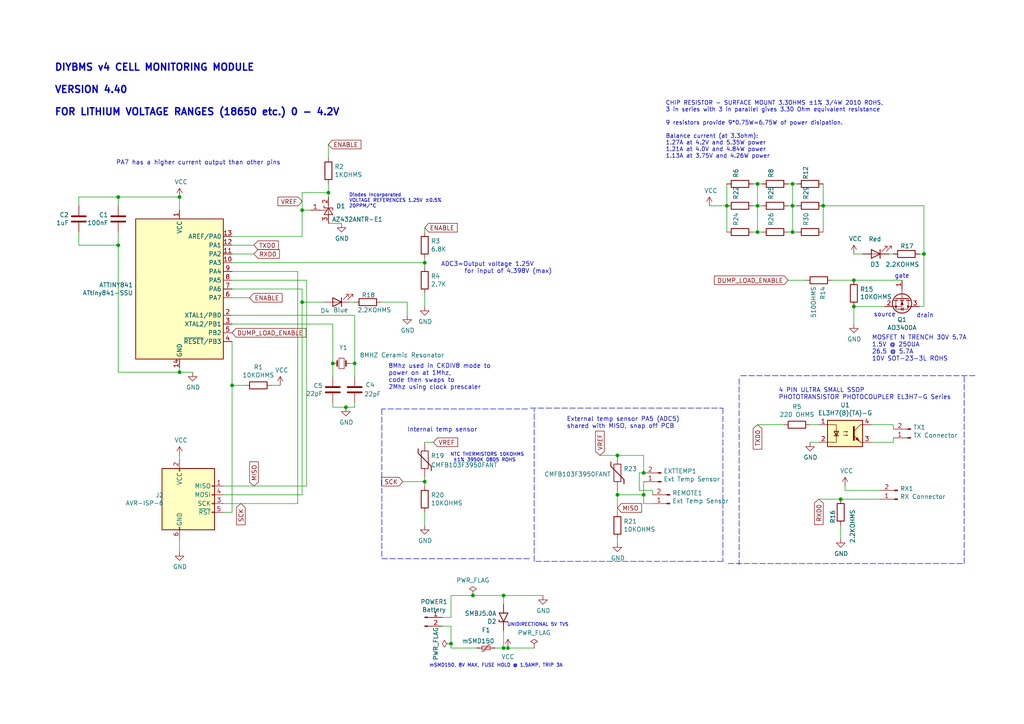
<source format=kicad_sch>
(kicad_sch (version 20211123) (generator eeschema)
  (paper "A4")
  (title_block (title "DIYBMS cell monitoring module") (date "2021-03-03") (rev "4.41") (company "Stuart Pittaway"))
  (lib_symbols
    (symbol "Connector:AVR-ISP-6" (pin_names (offset 1.016))
      (property "Reference" "J" (at -6.35 11.43 0))
      (property "Value" "AVR-ISP-6" (at 0 11.43 0))
      (symbol "AVR-ISP-6_0_1"
        (rectangle (start -2.667 -6.858) (end -2.413 -7.62))
        (rectangle (start -2.667 10.16) (end -2.413 9.398))
        (rectangle (start 7.62 -2.413) (end 6.858 -2.667))
        (rectangle (start 7.62 0.127) (end 6.858 -0.127))
        (rectangle (start 7.62 2.667) (end 6.858 2.413))
        (rectangle (start 7.62 5.207) (end 6.858 4.953))
        (rectangle (start 7.62 10.16) (end -7.62 -7.62) (stroke (width 0.254)) (fill (type background)))
      )
      (symbol "AVR-ISP-6_1_1"
        (pin passive line (at 10.16 5.08 180) (length 2.54) (name "MISO") (number "1"))
        (pin passive line (at -2.54 12.7 270) (length 2.54) (name "VCC") (number "2"))
        (pin passive line (at 10.16 0 180) (length 2.54) (name "SCK") (number "3"))
        (pin passive line (at 10.16 2.54 180) (length 2.54) (name "MOSI") (number "4"))
        (pin passive line (at 10.16 -2.54 180) (length 2.54) (name "~{RST}") (number "5"))
        (pin passive line (at -2.54 -10.16 90) (length 2.54) (name "GND") (number "6"))
      )
    )
    (symbol "Connector:Conn_01x02_Male" (pin_names (offset 1.016) hide)
      (property "Reference" "J" (at 0 2.54 0))
      (property "Value" "Conn_01x02_Male" (at 0 -5.08 0))
      (symbol "Conn_01x02_Male_1_1"
        (polyline (pts (xy 1.27 -2.54) (xy 0.8636 -2.54)) (stroke (width 0.1524)))
        (polyline (pts (xy 1.27 0) (xy 0.8636 0)) (stroke (width 0.1524)))
        (rectangle (start 0.8636 -2.413) (end 0 -2.667) (stroke (width 0.1524)) (fill (type outline)))
        (rectangle (start 0.8636 0.127) (end 0 -0.127) (stroke (width 0.1524)) (fill (type outline)))
        (pin passive line (at 5.08 0 180) (length 3.81) (name "Pin_1") (number "1"))
        (pin passive line (at 5.08 -2.54 180) (length 3.81) (name "Pin_2") (number "2"))
      )
    )
    (symbol "Device:C" (pin_numbers hide) (pin_names (offset 0.254))
      (property "Reference" "C" (at 0.635 2.54 0))
      (property "Value" "C" (at 0.635 -2.54 0))
      (symbol "C_0_1"
        (polyline (pts (xy -2.032 -0.762) (xy 2.032 -0.762)) (stroke (width 0.508)))
        (polyline (pts (xy -2.032 0.762) (xy 2.032 0.762)) (stroke (width 0.508)))
      )
      (symbol "C_1_1"
        (pin passive line (at 0 3.81 270) (length 2.794) (name "~") (number "1"))
        (pin passive line (at 0 -3.81 90) (length 2.794) (name "~") (number "2"))
      )
    )
    (symbol "Device:Crystal_Small" (pin_numbers hide) (pin_names (offset 1.016) hide)
      (property "Reference" "Y" (at 0 2.54 0))
      (property "Value" "Crystal_Small" (at 0 -2.54 0))
      (symbol "Crystal_Small_0_1"
        (rectangle (start -0.762 -1.524) (end 0.762 1.524))
        (polyline (pts (xy -1.27 -0.762) (xy -1.27 0.762)) (stroke (width 0.381)))
        (polyline (pts (xy 1.27 -0.762) (xy 1.27 0.762)) (stroke (width 0.381)))
      )
      (symbol "Crystal_Small_1_1"
        (pin passive line (at -2.54 0 0) (length 1.27) (name "1") (number "1"))
        (pin passive line (at 2.54 0 180) (length 1.27) (name "2") (number "2"))
      )
    )
    (symbol "Device:LED" (pin_numbers hide) (pin_names (offset 1.016) hide)
      (property "Reference" "D" (at 0 2.54 0))
      (property "Value" "LED" (at 0 -2.54 0))
      (symbol "LED_0_1"
        (polyline (pts (xy -1.27 -1.27) (xy -1.27 1.27)) (stroke (width 0.254)))
        (polyline (pts (xy -1.27 0) (xy 1.27 0)))
        (polyline (pts (xy 1.27 -1.27) (xy 1.27 1.27) (xy -1.27 0) (xy 1.27 -1.27)) (stroke (width 0.254)))
        (polyline (pts (xy -3.048 -0.762) (xy -4.572 -2.286) (xy -3.81 -2.286) (xy -4.572 -2.286) (xy -4.572 -1.524)))
        (polyline (pts (xy -1.778 -0.762) (xy -3.302 -2.286) (xy -2.54 -2.286) (xy -3.302 -2.286) (xy -3.302 -1.524)))
      )
      (symbol "LED_1_1"
        (pin passive line (at -3.81 0 0) (length 2.54) (name "K") (number "1"))
        (pin passive line (at 3.81 0 180) (length 2.54) (name "A") (number "2"))
      )
    )
    (symbol "Device:Polyfuse_Small" (pin_numbers hide) (pin_names (offset 0))
      (property "Reference" "F" (at -1.905 0 90))
      (property "Value" "Polyfuse_Small" (at 1.905 0 90))
      (symbol "Polyfuse_Small_0_1"
        (rectangle (start -0.508 1.27) (end 0.508 -1.27))
        (polyline (pts (xy 0 2.54) (xy 0 -2.54)))
        (polyline (pts (xy -1.016 1.27) (xy -1.016 0.762) (xy 1.016 -0.762) (xy 1.016 -1.27)))
      )
      (symbol "Polyfuse_Small_1_1"
        (pin passive line (at 0 2.54 270) (length 0.635) (name "~") (number "1"))
        (pin passive line (at 0 -2.54 90) (length 0.635) (name "~") (number "2"))
      )
    )
    (symbol "Device:Q_NMOS_GSD" (pin_names (offset 0) hide)
      (property "Reference" "Q" (at 5.08 1.27 0))
      (property "Value" "Q_NMOS_GSD" (at 5.08 -1.27 0))
      (symbol "Q_NMOS_GSD_0_1"
        (polyline (pts (xy 0.254 0) (xy -2.54 0)))
        (polyline (pts (xy 0.254 1.905) (xy 0.254 -1.905)) (stroke (width 0.254)))
        (polyline (pts (xy 0.762 -1.27) (xy 0.762 -2.286)) (stroke (width 0.254)))
        (polyline (pts (xy 0.762 0.508) (xy 0.762 -0.508)) (stroke (width 0.254)))
        (polyline (pts (xy 0.762 2.286) (xy 0.762 1.27)) (stroke (width 0.254)))
        (polyline (pts (xy 2.54 2.54) (xy 2.54 1.778)))
        (polyline (pts (xy 2.54 -2.54) (xy 2.54 0) (xy 0.762 0)))
        (polyline (pts (xy 0.762 -1.778) (xy 3.302 -1.778) (xy 3.302 1.778) (xy 0.762 1.778)))
        (polyline (pts (xy 1.016 0) (xy 2.032 0.381) (xy 2.032 -0.381) (xy 1.016 0)) (fill (type outline)))
        (polyline (pts (xy 2.794 0.508) (xy 2.921 0.381) (xy 3.683 0.381) (xy 3.81 0.254)))
        (polyline (pts (xy 3.302 0.381) (xy 2.921 -0.254) (xy 3.683 -0.254) (xy 3.302 0.381)))
        (circle (center 1.651 0) (radius 2.794) (stroke (width 0.254)))
        (circle (center 2.54 -1.778) (radius 0.254) (fill (type outline)))
        (circle (center 2.54 1.778) (radius 0.254) (fill (type outline)))
      )
      (symbol "Q_NMOS_GSD_1_1"
        (pin input line (at -5.08 0 0) (length 2.54) (name "G") (number "1"))
        (pin passive line (at 2.54 -5.08 90) (length 2.54) (name "S") (number "2"))
        (pin passive line (at 2.54 5.08 270) (length 2.54) (name "D") (number "3"))
      )
    )
    (symbol "Device:R" (pin_numbers hide) (pin_names (offset 0))
      (property "Reference" "R" (at 2.032 0 90))
      (property "Value" "R" (at 0 0 90))
      (symbol "R_0_1"
        (rectangle (start -1.016 -2.54) (end 1.016 2.54) (stroke (width 0.254)))
      )
      (symbol "R_1_1"
        (pin passive line (at 0 3.81 270) (length 1.27) (name "~") (number "1"))
        (pin passive line (at 0 -3.81 90) (length 1.27) (name "~") (number "2"))
      )
    )
    (symbol "Device:Thermistor" (pin_numbers hide) (pin_names (offset 0))
      (property "Reference" "TH" (at 2.54 1.27 90))
      (property "Value" "Thermistor" (at -2.54 0 90))
      (symbol "Thermistor_0_1"
        (rectangle (start -1.016 2.54) (end 1.016 -2.54) (stroke (width 0.2032)))
        (polyline (pts (xy -1.905 3.175) (xy -1.905 1.905) (xy 1.905 -1.905) (xy 1.905 -3.175) (xy 1.905 -3.175)) (stroke (width 0.254)))
      )
      (symbol "Thermistor_1_1"
        (pin passive line (at 0 5.08 270) (length 2.54) (name "~") (number "1"))
        (pin passive line (at 0 -5.08 90) (length 2.54) (name "~") (number "2"))
      )
    )
    (symbol "Diode:SM6T6V8A" (pin_numbers hide) (pin_names (offset 1.016) hide)
      (property "Reference" "D" (at 0 2.54 0))
      (property "Value" "SM6T6V8A" (at 0 -2.54 0))
      (symbol "SM6T6V8A_0_1"
        (polyline (pts (xy -0.762 1.27) (xy -1.27 1.27) (xy -1.27 -1.27)) (stroke (width 0.254)))
        (polyline (pts (xy 1.27 1.27) (xy 1.27 -1.27) (xy -1.27 0) (xy 1.27 1.27)) (stroke (width 0.254)))
      )
      (symbol "SM6T6V8A_1_1"
        (pin passive line (at -3.81 0 0) (length 2.54) (name "A1") (number "1"))
        (pin passive line (at 3.81 0 180) (length 2.54) (name "A2") (number "2"))
      )
    )
    (symbol "Isolator:PC817" (pin_names (offset 1.016))
      (property "Reference" "U" (at -5.08 5.08 0))
      (property "Value" "PC817" (at 0 5.08 0))
      (symbol "PC817_0_1"
        (rectangle (start -5.08 3.81) (end 5.08 -3.81) (stroke (width 0.254)) (fill (type background)))
        (polyline (pts (xy -3.175 -0.635) (xy -1.905 -0.635)) (stroke (width 0.254)))
        (polyline (pts (xy 2.54 0.635) (xy 4.445 2.54)))
        (polyline (pts (xy 4.445 -2.54) (xy 2.54 -0.635)) (fill (type outline)))
        (polyline (pts (xy 4.445 -2.54) (xy 5.08 -2.54)))
        (polyline (pts (xy 4.445 2.54) (xy 5.08 2.54)))
        (polyline (pts (xy -5.08 2.54) (xy -2.54 2.54) (xy -2.54 -0.635)))
        (polyline (pts (xy -2.54 -0.635) (xy -2.54 -2.54) (xy -5.08 -2.54)))
        (polyline (pts (xy 2.54 1.905) (xy 2.54 -1.905) (xy 2.54 -1.905)) (stroke (width 0.508)))
        (polyline (pts (xy -2.54 -0.635) (xy -3.175 0.635) (xy -1.905 0.635) (xy -2.54 -0.635)) (stroke (width 0.254)))
        (polyline (pts (xy -0.508 -0.508) (xy 0.762 -0.508) (xy 0.381 -0.635) (xy 0.381 -0.381) (xy 0.762 -0.508)))
        (polyline (pts (xy -0.508 0.508) (xy 0.762 0.508) (xy 0.381 0.381) (xy 0.381 0.635) (xy 0.762 0.508)))
        (polyline (pts (xy 3.048 -1.651) (xy 3.556 -1.143) (xy 4.064 -2.159) (xy 3.048 -1.651) (xy 3.048 -1.651)) (fill (type outline)))
      )
      (symbol "PC817_1_1"
        (pin passive line (at -7.62 2.54 0) (length 2.54) (name "~") (number "1"))
        (pin passive line (at -7.62 -2.54 0) (length 2.54) (name "~") (number "2"))
        (pin passive line (at 7.62 -2.54 180) (length 2.54) (name "~") (number "3"))
        (pin passive line (at 7.62 2.54 180) (length 2.54) (name "~") (number "4"))
      )
    )
    (symbol "Reference_Voltage:LM385Z-ADJ" (pin_names (offset 0.0254) hide)
      (property "Reference" "U" (at 1.905 3.81 0))
      (property "Value" "LM385Z-ADJ" (at 0 -3.175 0))
      (symbol "LM385Z-ADJ_0_1"
        (polyline (pts (xy 0 2.54) (xy 0 0.381)))
        (polyline (pts (xy -1.27 0) (xy 0 0) (xy 1.27 0)))
        (polyline (pts (xy -1.27 -1.27) (xy 0.635 0) (xy -1.27 1.27) (xy -1.27 -1.27)) (stroke (width 0.2032)))
        (polyline (pts (xy 0 -1.27) (xy 0.635 -1.27) (xy 0.635 1.27) (xy 1.27 1.27)) (stroke (width 0.2032)))
      )
      (symbol "LM385Z-ADJ_1_1"
        (pin input line (at 0 5.08 270) (length 2.54) (name "FB") (number "1"))
        (pin passive line (at 3.81 0 180) (length 2.54) (name "K") (number "2"))
        (pin passive line (at -3.81 0 0) (length 2.54) (name "A") (number "3"))
      )
    )
    (symbol "diybms:ATtiny841-SSU-MCU_Microchip_ATtiny"
      (property "Reference" "U" (at -12.7 21.59 0))
      (property "Value" "ATtiny841-SSU-MCU_Microchip_ATtiny" (at 2.54 -21.59 0))
      (symbol "ATtiny841-SSU-MCU_Microchip_ATtiny_0_1"
        (rectangle (start -12.7 -20.32) (end 12.7 20.32) (stroke (width 0.254)) (fill (type background)))
      )
      (symbol "ATtiny841-SSU-MCU_Microchip_ATtiny_1_1"
        (pin power_in line (at 0 22.86 270) (length 2.54) (name "VCC") (number "1"))
        (pin bidirectional line (at 15.24 7.62 180) (length 2.54) (name "PA3") (number "10"))
        (pin bidirectional line (at 15.24 10.16 180) (length 2.54) (name "PA2") (number "11"))
        (pin bidirectional line (at 15.24 12.7 180) (length 2.54) (name "PA1") (number "12"))
        (pin bidirectional line (at 15.24 15.24 180) (length 2.54) (name "AREF/PA0") (number "13"))
        (pin power_in line (at 0 -22.86 90) (length 2.54) (name "GND") (number "14"))
        (pin bidirectional line (at 15.24 -7.62 180) (length 2.54) (name "XTAL1/PB0") (number "2"))
        (pin bidirectional line (at 15.24 -10.16 180) (length 2.54) (name "XTAL2/PB1") (number "3"))
        (pin bidirectional line (at 15.24 -15.24 180) (length 2.54) (name "~{RESET}/PB3") (number "4"))
        (pin bidirectional line (at 15.24 -12.7 180) (length 2.54) (name "PB2") (number "5"))
        (pin bidirectional line (at 15.24 -2.54 180) (length 2.54) (name "PA7") (number "6"))
        (pin bidirectional line (at 15.24 0 180) (length 2.54) (name "PA6") (number "7"))
        (pin bidirectional line (at 15.24 2.54 180) (length 2.54) (name "PA5") (number "8"))
        (pin bidirectional line (at 15.24 5.08 180) (length 2.54) (name "PA4") (number "9"))
      )
    )
    (symbol "power:GND" (power) (pin_names (offset 0))
      (property "Value" "GND" (at 0 -3.81 0))
      (symbol "GND_0_1"
        (polyline (pts (xy 0 0) (xy 0 -1.27) (xy 1.27 -1.27) (xy 0 -2.54) (xy -1.27 -1.27) (xy 0 -1.27)))
      )
      (symbol "GND_1_1"
        (pin power_in line (at 0 0 270) (length 0) hide (name "GND") (number "1"))
      )
    )
    (symbol "power:PWR_FLAG" (power) (pin_numbers hide) (pin_names (offset 0) hide)
      (property "Value" "PWR_FLAG" (at 0 3.81 0))
      (symbol "PWR_FLAG_0_0"
        (pin power_out line (at 0 0 90) (length 0) (name "pwr") (number "1"))
      )
      (symbol "PWR_FLAG_0_1"
        (polyline (pts (xy 0 0) (xy 0 1.27) (xy -1.016 1.905) (xy 0 2.54) (xy 1.016 1.905) (xy 0 1.27)))
      )
    )
    (symbol "power:VCC" (power) (pin_names (offset 0))
      (property "Value" "VCC" (at 0 3.81 0))
      (symbol "VCC_0_1"
        (polyline (pts (xy -0.762 1.27) (xy 0 2.54)))
        (polyline (pts (xy 0 0) (xy 0 2.54)))
        (polyline (pts (xy 0 2.54) (xy 0.762 1.27)))
      )
      (symbol "VCC_1_1"
        (pin power_in line (at 0 0 90) (length 0) hide (name "VCC") (number "1"))
      )
    )
  )
  (junction (at 219.71 59.69))
  (junction (at 229.87 67.31))
  (junction (at 34.29 71.12))
  (junction (at 137.16 172.72))
  (junction (at 219.71 53.34))
  (junction (at 100.33 118.11))
  (junction (at 146.05 172.72))
  (junction (at 229.87 59.69))
  (junction (at 87.63 60.96))
  (junction (at 123.19 139.7))
  (junction (at 147.32 187.96))
  (junction (at 130.81 186.69))
  (junction (at 179.07 143.51))
  (junction (at 52.07 107.95))
  (junction (at 210.82 59.69))
  (junction (at 96.52 105.41))
  (junction (at 238.76 59.69))
  (junction (at 243.84 144.78))
  (junction (at 219.71 67.31))
  (junction (at 87.63 87.63))
  (junction (at 247.65 88.9))
  (junction (at 95.25 55.88))
  (junction (at 247.65 81.28))
  (junction (at 179.07 132.08))
  (junction (at 34.29 57.15))
  (junction (at 186.69 137.16))
  (junction (at 67.31 111.76))
  (junction (at 186.69 143.51))
  (junction (at 229.87 53.34))
  (junction (at 102.87 105.41))
  (junction (at 123.19 76.2))
  (junction (at 146.05 187.96))
  (junction (at 52.07 57.15))
  (junction (at 267.97 73.66))
  (wire (pts (xy 64.77 146.05) (xy 86.36 146.05)))
  (wire (pts (xy 102.87 116.84) (xy 102.87 118.11)))
  (wire (pts (xy 186.69 132.08) (xy 179.07 132.08)))
  (wire (pts (xy 219.71 67.31) (xy 220.98 67.31)))
  (wire (pts (xy 259.08 124.46) (xy 259.08 123.19)))
  (wire (pts (xy 123.19 138.43) (xy 123.19 139.7)))
  (wire (pts (xy 118.11 87.63) (xy 118.11 91.44)))
  (wire (pts (xy 267.97 88.9) (xy 267.97 73.66)))
  (wire (pts (xy 234.95 128.27) (xy 237.49 128.27)))
  (wire (pts (xy 146.05 187.96) (xy 147.32 187.96)))
  (wire (pts (xy 64.77 143.51) (xy 87.63 143.51)))
  (wire (pts (xy 95.25 53.34) (xy 95.25 55.88)))
  (wire (pts (xy 245.11 140.97) (xy 245.11 142.24)))
  (wire (pts (xy 219.71 53.34) (xy 220.98 53.34)))
  (wire (pts (xy 146.05 172.72) (xy 157.48 172.72)))
  (wire (pts (xy 218.44 53.34) (xy 219.71 53.34)))
  (wire (pts (xy 146.05 182.88) (xy 146.05 187.96)))
  (wire (pts (xy 78.74 111.76) (xy 81.28 111.76)))
  (wire (pts (xy 243.84 144.78) (xy 255.27 144.78)))
  (wire (pts (xy 95.25 41.91) (xy 95.25 45.72)))
  (wire (pts (xy 130.81 172.72) (xy 137.16 172.72)))
  (wire (pts (xy 34.29 67.31) (xy 34.29 71.12)))
  (wire (pts (xy 102.87 118.11) (xy 100.33 118.11)))
  (wire (pts (xy 67.31 71.12) (xy 73.66 71.12)))
  (wire (pts (xy 52.07 106.68) (xy 52.07 107.95)))
  (wire (pts (xy 96.52 116.84) (xy 96.52 118.11)))
  (wire (pts (xy 22.86 57.15) (xy 34.29 57.15)))
  (polyline (pts (xy 279.654 163.449) (xy 279.654 108.712)))
  (polyline (pts (xy 209.677 118.364) (xy 209.677 162.814)))
  (wire (pts (xy 143.51 187.96) (xy 146.05 187.96)))
  (wire (pts (xy 102.87 91.44) (xy 102.87 105.41)))
  (polyline (pts (xy 110.744 162.052) (xy 153.797 162.052)))
  (wire (pts (xy 52.07 156.21) (xy 52.07 160.02)))
  (wire (pts (xy 116.84 139.7) (xy 123.19 139.7)))
  (wire (pts (xy 147.32 187.96) (xy 154.94 187.96)))
  (wire (pts (xy 67.31 111.76) (xy 67.31 148.59)))
  (wire (pts (xy 229.87 59.69) (xy 229.87 67.31)))
  (wire (pts (xy 210.82 53.34) (xy 210.82 59.69)))
  (wire (pts (xy 34.29 71.12) (xy 34.29 107.95)))
  (wire (pts (xy 88.9 81.28) (xy 88.9 140.97)))
  (wire (pts (xy 245.11 142.24) (xy 255.27 142.24)))
  (wire (pts (xy 218.44 59.69) (xy 219.71 59.69)))
  (wire (pts (xy 237.49 144.78) (xy 243.84 144.78)))
  (wire (pts (xy 88.9 140.97) (xy 64.77 140.97)))
  (wire (pts (xy 189.23 143.51) (xy 189.23 142.24)))
  (wire (pts (xy 96.52 93.98) (xy 96.52 105.41)))
  (wire (pts (xy 67.31 76.2) (xy 123.19 76.2)))
  (wire (pts (xy 86.36 78.74) (xy 86.36 146.05)))
  (wire (pts (xy 186.69 146.05) (xy 186.69 143.51)))
  (wire (pts (xy 67.31 99.06) (xy 67.31 111.76)))
  (wire (pts (xy 87.63 68.58) (xy 87.63 60.96)))
  (polyline (pts (xy 209.677 162.814) (xy 154.94 162.814)))
  (wire (pts (xy 229.87 53.34) (xy 231.14 53.34)))
  (polyline (pts (xy 214.376 109.855) (xy 214.376 163.703)))
  (polyline (pts (xy 211.201 163.449) (xy 279.654 163.449)))
  (wire (pts (xy 137.16 172.72) (xy 146.05 172.72)))
  (polyline (pts (xy 154.94 162.814) (xy 154.94 118.618)))
  (wire (pts (xy 87.63 87.63) (xy 93.98 87.63)))
  (wire (pts (xy 101.6 87.63) (xy 102.87 87.63)))
  (wire (pts (xy 87.63 60.96) (xy 90.17 60.96)))
  (wire (pts (xy 185.42 142.24) (xy 185.42 137.16)))
  (wire (pts (xy 123.19 76.2) (xy 123.19 77.47)))
  (wire (pts (xy 247.65 73.66) (xy 250.19 73.66)))
  (wire (pts (xy 123.19 74.93) (xy 123.19 76.2)))
  (wire (pts (xy 22.86 71.12) (xy 34.29 71.12)))
  (wire (pts (xy 123.19 85.09) (xy 123.19 88.9)))
  (wire (pts (xy 179.07 156.21) (xy 179.07 157.48)))
  (wire (pts (xy 219.71 59.69) (xy 220.98 59.69)))
  (wire (pts (xy 185.42 137.16) (xy 186.69 137.16)))
  (wire (pts (xy 234.95 123.19) (xy 237.49 123.19)))
  (wire (pts (xy 52.07 57.15) (xy 52.07 60.96)))
  (wire (pts (xy 247.65 88.9) (xy 256.54 88.9)))
  (wire (pts (xy 259.08 127) (xy 259.08 128.27)))
  (wire (pts (xy 229.87 53.34) (xy 229.87 59.69)))
  (wire (pts (xy 173.99 132.08) (xy 179.07 132.08)))
  (wire (pts (xy 186.69 143.51) (xy 179.07 143.51)))
  (wire (pts (xy 96.52 105.41) (xy 96.52 109.22)))
  (wire (pts (xy 179.07 143.51) (xy 179.07 148.59)))
  (wire (pts (xy 210.82 59.69) (xy 210.82 67.31)))
  (wire (pts (xy 52.07 132.08) (xy 52.07 133.35)))
  (wire (pts (xy 123.19 139.7) (xy 123.19 140.97)))
  (wire (pts (xy 123.19 128.27) (xy 125.73 128.27)))
  (wire (pts (xy 228.6 53.34) (xy 229.87 53.34)))
  (polyline (pts (xy 282.829 108.966) (xy 214.376 108.966)))
  (wire (pts (xy 259.08 128.27) (xy 252.73 128.27)))
  (wire (pts (xy 130.81 181.61) (xy 130.81 186.69)))
  (wire (pts (xy 67.31 111.76) (xy 71.12 111.76)))
  (wire (pts (xy 130.81 179.07) (xy 130.81 172.72)))
  (wire (pts (xy 87.63 55.88) (xy 87.63 60.96)))
  (wire (pts (xy 67.31 86.36) (xy 72.39 86.36)))
  (wire (pts (xy 259.08 123.19) (xy 252.73 123.19)))
  (wire (pts (xy 123.19 66.04) (xy 123.19 67.31)))
  (wire (pts (xy 228.6 59.69) (xy 229.87 59.69)))
  (wire (pts (xy 219.71 59.69) (xy 219.71 67.31)))
  (wire (pts (xy 219.71 53.34) (xy 219.71 59.69)))
  (wire (pts (xy 67.31 68.58) (xy 87.63 68.58)))
  (wire (pts (xy 34.29 57.15) (xy 34.29 59.69)))
  (wire (pts (xy 267.97 59.69) (xy 238.76 59.69)))
  (wire (pts (xy 189.23 142.24) (xy 185.42 142.24)))
  (wire (pts (xy 243.84 152.4) (xy 243.84 156.21)))
  (wire (pts (xy 67.31 78.74) (xy 86.36 78.74)))
  (polyline (pts (xy 110.744 118.618) (xy 110.744 162.052)))
  (wire (pts (xy 238.76 53.34) (xy 238.76 59.69)))
  (wire (pts (xy 22.86 67.31) (xy 22.86 71.12)))
  (wire (pts (xy 95.25 64.77) (xy 99.06 64.77)))
  (wire (pts (xy 179.07 142.24) (xy 179.07 143.51)))
  (wire (pts (xy 130.81 187.96) (xy 138.43 187.96)))
  (wire (pts (xy 67.31 91.44) (xy 102.87 91.44)))
  (wire (pts (xy 34.29 107.95) (xy 52.07 107.95)))
  (wire (pts (xy 102.87 105.41) (xy 102.87 109.22)))
  (wire (pts (xy 266.7 88.9) (xy 267.97 88.9)))
  (wire (pts (xy 95.25 55.88) (xy 95.25 57.15)))
  (wire (pts (xy 228.6 67.31) (xy 229.87 67.31)))
  (wire (pts (xy 87.63 55.88) (xy 95.25 55.88)))
  (wire (pts (xy 228.6 81.28) (xy 233.68 81.28)))
  (wire (pts (xy 87.63 83.82) (xy 87.63 87.63)))
  (wire (pts (xy 266.7 73.66) (xy 267.97 73.66)))
  (polyline (pts (xy 153.797 118.364) (xy 209.677 118.364)))
  (wire (pts (xy 267.97 73.66) (xy 267.97 59.69)))
  (wire (pts (xy 128.27 181.61) (xy 130.81 181.61)))
  (wire (pts (xy 247.65 81.28) (xy 261.62 81.28)))
  (wire (pts (xy 186.69 139.7) (xy 186.69 143.51)))
  (wire (pts (xy 67.31 81.28) (xy 88.9 81.28)))
  (wire (pts (xy 146.05 172.72) (xy 146.05 175.26)))
  (wire (pts (xy 257.81 73.66) (xy 259.08 73.66)))
  (wire (pts (xy 219.71 123.19) (xy 227.33 123.19)))
  (wire (pts (xy 123.19 148.59) (xy 123.19 152.4)))
  (polyline (pts (xy 153.035 118.618) (xy 110.744 118.618)))
  (wire (pts (xy 130.81 186.69) (xy 130.81 187.96)))
  (wire (pts (xy 229.87 67.31) (xy 231.14 67.31)))
  (wire (pts (xy 22.86 59.69) (xy 22.86 57.15)))
  (wire (pts (xy 128.27 179.07) (xy 130.81 179.07)))
  (wire (pts (xy 218.44 67.31) (xy 219.71 67.31)))
  (wire (pts (xy 205.74 59.69) (xy 210.82 59.69)))
  (wire (pts (xy 96.52 118.11) (xy 100.33 118.11)))
  (wire (pts (xy 229.87 59.69) (xy 231.14 59.69)))
  (wire (pts (xy 52.07 107.95) (xy 55.88 107.95)))
  (wire (pts (xy 110.49 87.63) (xy 118.11 87.63)))
  (wire (pts (xy 67.31 73.66) (xy 73.66 73.66)))
  (wire (pts (xy 186.69 137.16) (xy 186.69 132.08)))
  (wire (pts (xy 241.3 81.28) (xy 247.65 81.28)))
  (wire (pts (xy 67.31 83.82) (xy 87.63 83.82)))
  (wire (pts (xy 87.63 143.51) (xy 87.63 87.63)))
  (wire (pts (xy 189.23 146.05) (xy 186.69 146.05)))
  (wire (pts (xy 67.31 148.59) (xy 64.77 148.59)))
  (wire (pts (xy 67.31 93.98) (xy 96.52 93.98)))
  (wire (pts (xy 34.29 57.15) (xy 52.07 57.15)))
  (wire (pts (xy 238.76 59.69) (xy 238.76 67.31)))
  (wire (pts (xy 101.6 105.41) (xy 102.87 105.41)))
  (wire (pts (xy 247.65 88.9) (xy 247.65 93.98)))
  (text "External temp sensor PA5 (ADC5) \nshared with MISO, snap off PCB" (at 164.338 124.46 0) (effects (font (size 1.27 1.27)) (justify left bottom)))
  (text "mSMD150, 8V MAX, FUSE HOLD @ 1.5AMP, TRIP 3A" (at 124.46 193.675 0) (effects (font (size 0.9906 0.9906)) (justify left bottom)))
  (text "CHIP RESISTOR - SURFACE MOUNT 3.3OHMS ±1% 3/4W 2010 ROHS, \n3 in series with 3 in parallel gives 3.30 Ohm equivalent resistance\n\n9 resistors provide 9*0.75W=6.75W of power disipation.\n\nBalance current (at 3.3ohm):\n1.27A at 4.2V and 5.35W power\n1.21A at 4.0V and 4.84W power\n1.13A at 3.75V and 4.26W power\n\n\n" (at 193.04 49.911 0) (effects (font (size 1.1938 1.1938)) (justify left bottom)))
  (text "ADC3=Output voltage 1.25V \n       for input of 4.398V (max)" (at 127.889 79.502 0) (effects (font (size 1.27 1.27)) (justify left bottom)))
  (text "source" (at 253.365 92.075 0) (effects (font (size 1.27 1.27)) (justify left bottom)))
  (text "Diodes Incorporated\nVOLTAGE REFERENCES 1.25V ±0.5% \n20PPM/°C" (at 101.219 60.452 0) (effects (font (size 0.9906 0.9906)) (justify left bottom)))
  (text "gate" (at 259.461 80.899 0) (effects (font (size 1.27 1.27)) (justify left bottom)))
  (text "drain" (at 265.811 92.329 0) (effects (font (size 1.27 1.27)) (justify left bottom)))
  (text "DIYBMS v4 CELL MONITORING MODULE\n\nVERSION 4.40\n\nFOR LITHIUM VOLTAGE RANGES (18650 etc.) 0 - 4.2V" (at 15.748 33.782 0) (effects (font (size 2.0066 2.0066) (thickness 0.4013) bold) (justify left bottom)))
  (text "NTC THERMISTORS 10KOHMS\n ±1% 3950K 0805 ROHS" (at 130.556 134.112 0) (effects (font (size 0.9906 0.9906)) (justify left bottom)))
  (text "UNIDIRECTIONAL 5V TVS " (at 147.066 181.864 0) (effects (font (size 0.9906 0.9906)) (justify left bottom)))
  (text "8Mhz used in CKDIV8 mode to \npower on at 1Mhz,\ncode then swaps to \n2Mhz using clock prescaler" (at 112.649 113.157 0) (effects (font (size 1.27 1.27)) (justify left bottom)))
  (text "MOSFET N TRENCH 30V 5.7A \n1.5V @ 250UA \n26.5 @ 5.7A\n10V SOT-23-3L ROHS" (at 252.857 104.902 0) (effects (font (size 1.27 1.27)) (justify left bottom)))
  (text "4 PIN ULTRA SMALL SSOP\nPHOTOTRANSISTOR PHOTOCOUPLER EL3H7-G Series\n" (at 225.806 116.078 0) (effects (font (size 1.27 1.27)) (justify left bottom)))
  (text "Internal temp sensor" (at 118.11 125.476 0) (effects (font (size 1.27 1.27)) (justify left bottom)))
  (text "PA7 has a higher current output than other pins" (at 33.655 48.006 0) (effects (font (size 1.27 1.27)) (justify left bottom)))
  (global_label "DUMP_LOAD_ENABLE" (shape input) (at 67.31 96.52 0) (property "Intersheet References" "${INTERSHEET_REFS}" (effects hide)))
  (global_label "ENABLE" (shape input) (at 123.19 66.04 0) (property "Intersheet References" "${INTERSHEET_REFS}" (effects hide)))
  (global_label "TXD0" (shape input) (at 73.66 71.12 0) (property "Intersheet References" "${INTERSHEET_REFS}" (effects hide)))
  (global_label "MISO" (shape input) (at 179.07 147.32 0) (property "Intersheet References" "${INTERSHEET_REFS}" (effects hide)))
  (global_label "DUMP_LOAD_ENABLE" (shape input) (at 228.6 81.28 180) (property "Intersheet References" "${INTERSHEET_REFS}" (effects hide)))
  (global_label "SCK" (shape input) (at 116.84 139.7 180) (property "Intersheet References" "${INTERSHEET_REFS}" (effects hide)))
  (global_label "RXD0" (shape input) (at 73.66 73.66 0) (property "Intersheet References" "${INTERSHEET_REFS}" (effects hide)))
  (global_label "MISO" (shape input) (at 73.66 140.97 90) (property "Intersheet References" "${INTERSHEET_REFS}" (effects hide)))
  (global_label "VREF" (shape input) (at 125.73 128.27 0) (property "Intersheet References" "${INTERSHEET_REFS}" (effects hide)))
  (global_label "RXD0" (shape input) (at 237.49 144.78 270) (property "Intersheet References" "${INTERSHEET_REFS}" (effects hide)))
  (global_label "VREF" (shape input) (at 173.99 132.08 90) (property "Intersheet References" "${INTERSHEET_REFS}" (effects hide)))
  (global_label "TXD0" (shape input) (at 219.71 123.19 270) (property "Intersheet References" "${INTERSHEET_REFS}" (effects hide)))
  (global_label "ENABLE" (shape input) (at 95.25 41.91 0) (property "Intersheet References" "${INTERSHEET_REFS}" (effects hide)))
  (global_label "SCK" (shape input) (at 69.85 146.05 270) (property "Intersheet References" "${INTERSHEET_REFS}" (effects hide)))
  (global_label "ENABLE" (shape input) (at 72.39 86.36 0) (property "Intersheet References" "${INTERSHEET_REFS}" (effects hide)))
  (global_label "VREF" (shape input) (at 87.63 58.42 180) (property "Intersheet References" "${INTERSHEET_REFS}" (effects hide)))
  (symbol (lib_id "diybms:ATtiny841-SSU-MCU_Microchip_ATtiny") (at 52.07 83.82 0) (unit 1)
    (property "Reference" "ATTINY841" (at 38.608 82.6516 0) (effects (justify right)))
    (property "Value" "ATtiny841-SSU" (at 38.608 84.963 0) (effects (justify right)))
    (property "Footprint" "Package_SO:SOIC-14_3.9x8.7mm_P1.27mm" (effects hide))
    (property "Datasheet" "http://ww1.microchip.com/downloads/en/DeviceDoc/Atmel-8495-8-bit-AVR-Microcontrollers-ATtiny441-ATtiny841_Datasheet.pdf" (effects hide))
    (property "LCSCStockCode" "C219103" (effects hide))
  )
  (symbol (lib_id "Isolator:PC817") (at 245.11 125.73 0) (unit 1)
    (property "Reference" "U1" (at 245.11 117.475 0))
    (property "Value" "EL3H7(B)(TA)-G" (at 245.11 119.7864 0))
    (property "Footprint" "Package_SO:SOP-4_4.4x2.6mm_P1.27mm" (effects hide))
    (property "Datasheet" "https://datasheet.lcsc.com/szlcsc/Everlight-Elec-EL3H7-B-TA-G_C32565.pdf" (effects hide))
    (property "LCSCStockCode" "C32565" (effects hide))
    (property "PartNumber" "EL3H7(B)(TA)-G" (effects hide))
    (property "JLCPCBRotation" "90" (effects hide))
  )
  (symbol (lib_id "Connector:Conn_01x02_Male") (at 264.16 127 180) (unit 1)
    (property "Reference" "TX1" (at 264.8458 123.952 0) (effects (justify right)))
    (property "Value" "TX Connector" (at 264.8458 126.2634 0) (effects (justify right)))
    (property "Footprint" "Connector_JST:JST_PH_S2B-PH-K_1x02_P2.00mm_Horizontal" (effects hide))
    (property "Datasheet" "https://datasheet.lcsc.com/szlcsc/JST-Sales-America-S2B-PH-K-S-LF-SN_C173752.pdf" (effects hide))
    (property "LCSCStockCode" "C265016" (effects hide))
    (property "PartNumber" "S2B-PH-K(LF)(SN)" (effects hide))
  )
  (symbol (lib_id "Device:R") (at 231.14 123.19 270) (unit 1)
    (property "Reference" "R5" (at 231.14 117.9322 90))
    (property "Value" "220 OHMS" (at 231.14 120.2436 90))
    (property "Footprint" "Resistor_SMD:R_0805_2012Metric" (effects hide))
    (property "LCSCStockCode" "C17557" (effects hide))
    (property "PartNumber" "0805W8F2200T5E" (effects hide))
  )
  (symbol (lib_id "power:GND") (at 234.95 128.27 0) (unit 1)
    (property "Reference" "#PWR0109" (effects hide))
    (property "Value" "GND" (at 235.077 132.6642 0))
  )
  (symbol (lib_id "Device:R") (at 214.63 53.34 90) (unit 1)
    (property "Reference" "R6" (at 213.4616 51.562 0) (effects (justify left)))
    (property "Value" "3.3OHM 3/4W" (effects hide))
    (property "Footprint" "Resistor_SMD:R_2010_5025Metric" (effects hide))
    (property "LCSCStockCode" "C270971" (effects hide))
    (property "PartNumber" "201007F330KT4E" (effects hide))
  )
  (symbol (lib_id "Device:R") (at 224.79 53.34 90) (unit 1)
    (property "Reference" "R8" (at 223.6216 51.562 0) (effects (justify left)))
    (property "Value" "3.3OHM 3/4W" (effects hide))
    (property "Footprint" "Resistor_SMD:R_2010_5025Metric" (effects hide))
    (property "LCSCStockCode" "C270971" (effects hide))
    (property "PartNumber" "201007F330KT4E" (effects hide))
  )
  (symbol (lib_id "Device:R") (at 234.95 53.34 90) (unit 1)
    (property "Reference" "R12" (at 233.68 52.07 0) (effects (justify left)))
    (property "Value" "3.3OHM 3/4W" (effects hide))
    (property "Footprint" "Resistor_SMD:R_2010_5025Metric" (effects hide))
    (property "LCSCStockCode" "C270971" (effects hide))
    (property "PartNumber" "201007F330KT4E" (effects hide))
  )
  (symbol (lib_id "Device:Q_NMOS_GSD") (at 261.62 86.36 270) (unit 1)
    (property "Reference" "Q1" (at 261.62 92.71 90))
    (property "Value" "AO3400A" (at 261.62 95.0214 90))
    (property "Footprint" "TO_SOT_Packages_SMD:SOT-23" (effects hide))
    (property "Datasheet" "https://datasheet.lcsc.com/szlcsc/Alpha-Omega-Semicon-AOS-AO3400A_C20917.pdf" (effects hide))
    (property "LCSCStockCode" "C20917" (effects hide))
    (property "PartNumber" "AO3400A" (effects hide))
  )
  (symbol (lib_id "Device:R") (at 247.65 85.09 0) (unit 1)
    (property "Reference" "R15" (at 249.428 83.9216 0) (effects (justify left)))
    (property "Value" "10KOHMS" (at 249.428 86.106 0) (effects (justify left)))
    (property "Footprint" "Resistor_SMD:R_0805_2012Metric" (effects hide))
    (property "LCSCStockCode" "C17414" (effects hide))
    (property "PartNumber" "0805W8F1002T5E" (effects hide))
  )
  (symbol (lib_id "power:GND") (at 247.65 93.98 0) (unit 1)
    (property "Reference" "#PWR0110" (effects hide))
    (property "Value" "GND" (at 247.777 98.3742 0))
  )
  (symbol (lib_id "Device:Thermistor") (at 123.19 133.35 0) (unit 1)
    (property "Reference" "R19" (at 124.968 132.1816 0) (effects (justify left)))
    (property "Value" "CMFB103F3950FANT" (at 124.968 134.874 0) (effects (justify left)))
    (property "Footprint" "Resistor_SMD:R_0805_2012Metric" (effects hide))
    (property "Datasheet" "https://datasheet.lcsc.com/szlcsc/Guangdong-Fenghua-Advanced-Tech-CMFB103F3950FANT_C51597.pdf" (effects hide))
    (property "LCSCStockCode" "C51597" (effects hide))
    (property "PartNumber" "CMFB103F3950FANT" (effects hide))
  )
  (symbol (lib_id "Device:R") (at 123.19 144.78 0) (unit 1)
    (property "Reference" "R20" (at 124.968 143.6116 0) (effects (justify left)))
    (property "Value" "10KOHMS" (at 124.968 145.923 0) (effects (justify left)))
    (property "Footprint" "Resistor_SMD:R_0805_2012Metric" (effects hide))
    (property "LCSCStockCode" "C17414" (effects hide))
    (property "PartNumber" "0805W8F1002T5E" (effects hide))
  )
  (symbol (lib_id "power:GND") (at 123.19 152.4 0) (unit 1)
    (property "Reference" "#PWR0115" (effects hide))
    (property "Value" "GND" (at 123.317 156.7942 0))
  )
  (symbol (lib_id "power:VCC") (at 205.74 59.69 0) (unit 1)
    (property "Reference" "#PWR0111" (effects hide))
    (property "Value" "VCC" (at 206.1718 55.2958 0))
  )
  (symbol (lib_id "Connector:Conn_01x02_Male") (at 260.35 144.78 180) (unit 1)
    (property "Reference" "RX1" (at 261.0358 141.732 0) (effects (justify right)))
    (property "Value" "RX Connector" (at 261.0358 144.0434 0) (effects (justify right)))
    (property "Footprint" "Connector_JST:JST_PH_S2B-PH-K_1x02_P2.00mm_Horizontal" (effects hide))
    (property "Datasheet" "https://datasheet.lcsc.com/szlcsc/JST-Sales-America-S2B-PH-K-S-LF-SN_C173752.pdf" (effects hide))
    (property "LCSCStockCode" "C265016" (effects hide))
    (property "PartNumber" "S2B-PH-K(LF)(SN)" (effects hide))
  )
  (symbol (lib_id "power:VCC") (at 245.11 140.97 0) (unit 1)
    (property "Reference" "#PWR0112" (effects hide))
    (property "Value" "VCC" (at 245.5418 136.5758 0))
  )
  (symbol (lib_id "power:GND") (at 243.84 156.21 0) (unit 1)
    (property "Reference" "#PWR0113" (effects hide))
    (property "Value" "GND" (at 243.967 160.6042 0))
  )
  (symbol (lib_id "Device:R") (at 243.84 148.59 180) (unit 1)
    (property "Reference" "R16" (at 241.554 149.86 90))
    (property "Value" "2.2KOHMS" (at 247.269 152.654 90))
    (property "Footprint" "Resistor_SMD:R_0805_2012Metric" (effects hide))
    (property "LCSCStockCode" "C17520" (effects hide))
    (property "PartNumber" "0805W8F2201T5E" (effects hide))
  )
  (symbol (lib_id "Device:R") (at 179.07 152.4 0) (unit 1)
    (property "Reference" "R21" (at 180.848 151.2316 0) (effects (justify left)))
    (property "Value" "10KOHMS" (at 180.848 153.543 0) (effects (justify left)))
    (property "Footprint" "Resistor_SMD:R_0805_2012Metric" (effects hide))
    (property "LCSCStockCode" "C17414" (effects hide))
    (property "PartNumber" "0805W8F1002T5E" (effects hide))
  )
  (symbol (lib_id "power:GND") (at 179.07 157.48 0) (unit 1)
    (property "Reference" "#PWR0116" (effects hide))
    (property "Value" "GND" (at 179.197 161.8742 0))
  )
  (symbol (lib_id "Device:LED") (at 254 73.66 180) (unit 1)
    (property "Reference" "D3" (at 253.746 76.708 0))
    (property "Value" "Red" (at 253.746 69.342 0))
    (property "Footprint" "LED_SMD:LED_0805_2012Metric" (effects hide))
    (property "LCSCStockCode" "C84256" (effects hide))
    (property "PartNumber" "2012HRK-620D" (effects hide))
  )
  (symbol (lib_id "Device:R") (at 262.89 73.66 270) (unit 1)
    (property "Reference" "R17" (at 261.112 71.374 90) (effects (justify left)))
    (property "Value" "2.2KOHMS" (at 256.794 76.708 90) (effects (justify left)))
    (property "Footprint" "Resistor_SMD:R_0805_2012Metric" (effects hide))
    (property "LCSCStockCode" "C17520" (effects hide))
    (property "PartNumber" "0805W8F2201T5E" (effects hide))
  )
  (symbol (lib_id "Device:LED") (at 97.79 87.63 180) (unit 1)
    (property "Reference" "D4" (at 94.234 90.17 0))
    (property "Value" "Blue" (at 98.806 89.916 0))
    (property "Footprint" "LED_SMD:LED_0805_2012Metric" (effects hide))
    (property "Datasheet" "https://datasheet.lcsc.com/szlcsc/Hubei-KENTO-Elec-Green-0805-Iv-207-249-mcd-atIF-20mA_C2297.pdf" (effects hide))
    (property "LCSCStockCode" "C2293" (effects hide))
    (property "PartNumber" "Blue LED" (effects hide))
  )
  (symbol (lib_id "Device:R") (at 106.68 87.63 270) (unit 1)
    (property "Reference" "R18" (at 104.902 85.598 90) (effects (justify left)))
    (property "Value" "2.2KOHMS" (at 103.632 89.916 90) (effects (justify left)))
    (property "Footprint" "Resistor_SMD:R_0805_2012Metric" (effects hide))
    (property "LCSCStockCode" "C17520" (effects hide))
    (property "PartNumber" "0805W8F2201T5E" (effects hide))
    (property "JLCPCBRotation" "0" (effects hide))
  )
  (symbol (lib_id "power:GND") (at 118.11 91.44 0) (unit 1)
    (property "Reference" "#PWR0114" (effects hide))
    (property "Value" "GND" (at 118.237 95.8342 0))
  )
  (symbol (lib_id "Device:R") (at 237.49 81.28 270) (unit 1)
    (property "Reference" "R14" (at 238.6584 83.058 0) (effects (justify left)))
    (property "Value" "510OHMS" (at 235.966 83.058 0) (effects (justify left)))
    (property "Footprint" "Resistor_SMD:R_0805_2012Metric" (effects hide))
    (property "LCSCStockCode" "C17734" (effects hide))
    (property "PartNumber" "0805W8F5100T5E" (effects hide))
  )
  (symbol (lib_id "power:VCC") (at 247.65 73.66 0) (unit 1)
    (property "Reference" "#PWR0118" (effects hide))
    (property "Value" "VCC" (at 248.0818 69.2658 0))
  )
  (symbol (lib_id "power:VCC") (at 147.32 187.96 0) (unit 1)
    (property "Reference" "#PWR0101" (effects hide))
    (property "Value" "VCC" (at 147.32 190.5 0))
  )
  (symbol (lib_id "power:GND") (at 157.48 172.72 0) (unit 1)
    (property "Reference" "#PWR0102" (effects hide))
    (property "Value" "GND" (at 157.607 177.1142 0))
  )
  (symbol (lib_id "power:PWR_FLAG") (at 137.16 172.72 0) (unit 1)
    (property "Reference" "#FLG0101" (effects hide))
    (property "Value" "PWR_FLAG" (at 137.16 168.3004 0))
  )
  (symbol (lib_id "power:PWR_FLAG") (at 154.94 187.96 0) (unit 1)
    (property "Reference" "#FLG0102" (effects hide))
    (property "Value" "PWR_FLAG" (at 154.94 183.5404 0))
  )
  (symbol (lib_id "Device:C") (at 34.29 63.5 0) (unit 1)
    (property "Reference" "C1" (at 31.3944 62.3316 0) (effects (justify right)))
    (property "Value" "100nF" (at 31.3944 64.643 0) (effects (justify right)))
    (property "Footprint" "Capacitor_SMD:C_0805_2012Metric" (effects hide))
    (property "LCSCStockCode" "C49678" (effects hide))
    (property "PartNumber" "CC0805KRX7R9BB104" (effects hide))
  )
  (symbol (lib_id "Connector:Conn_01x02_Male") (at 123.19 179.07 0) (unit 1)
    (property "Reference" "POWER1" (at 125.8824 174.5488 0))
    (property "Value" "Battery" (at 125.8824 176.8602 0))
    (property "Footprint" "Connector_JST:JST_PH_S2B-PH-K_1x02_P2.00mm_Horizontal" (effects hide))
    (property "Datasheet" "https://datasheet.lcsc.com/szlcsc/JST-Sales-America-S2B-PH-K-S-LF-SN_C173752.pdf" (effects hide))
    (property "LCSCStockCode" "C265016" (effects hide))
    (property "PartNumber" "S2B-PH-K(LF)(SN)" (effects hide))
  )
  (symbol (lib_id "Device:R") (at 74.93 111.76 270) (unit 1)
    (property "Reference" "R1" (at 74.93 106.5022 90))
    (property "Value" "10KOHMS" (at 74.93 108.8136 90))
    (property "Footprint" "Resistor_SMD:R_0805_2012Metric" (effects hide))
    (property "LCSCStockCode" "C17414" (effects hide))
    (property "PartNumber" "0805W8F1002T5E" (effects hide))
  )
  (symbol (lib_id "power:VCC") (at 81.28 111.76 0) (unit 1)
    (property "Reference" "#PWR01" (effects hide))
    (property "Value" "VCC" (at 81.7118 107.3658 0))
  )
  (symbol (lib_id "Connector:AVR-ISP-6") (at 54.61 146.05 0) (unit 1)
    (property "Reference" "J2" (at 47.498 143.6116 0) (effects (justify right)))
    (property "Value" "AVR-ISP-6" (at 47.498 145.923 0) (effects (justify right)))
    (property "Footprint" "Pin_Headers:Pin_Header_Straight_2x03_Pitch2.54mm" (effects hide))
    (property "Datasheet" "https://lcsc.com/product-detail/Pin-Header-Female-Header_Boom-Precision-Elec-2-54mm-2-3P-Header_C65114.html" (effects hide))
    (property "LCSCStockCode" "C65114" (effects hide))
  )
  (symbol (lib_id "power:VCC") (at 52.07 132.08 0) (unit 1)
    (property "Reference" "#PWR0103" (effects hide))
    (property "Value" "VCC" (at 52.5018 127.6858 0))
  )
  (symbol (lib_id "power:GND") (at 52.07 160.02 0) (unit 1)
    (property "Reference" "#PWR0104" (effects hide))
    (property "Value" "GND" (at 52.197 164.4142 0))
  )
  (symbol (lib_id "power:GND") (at 55.88 107.95 0) (unit 1)
    (property "Reference" "#PWR0105" (effects hide))
    (property "Value" "GND" (at 56.007 112.3442 0))
  )
  (symbol (lib_id "power:VCC") (at 52.07 57.15 0) (unit 1)
    (property "Reference" "#PWR0106" (effects hide))
    (property "Value" "VCC" (at 52.5018 52.7558 0))
  )
  (symbol (lib_id "Reference_Voltage:LM385Z-ADJ") (at 95.25 60.96 90) (unit 1)
    (property "Reference" "D1" (at 97.4852 59.7916 90) (effects (justify right)))
    (property "Value" "AZ432ANTR-E1" (at 96.266 63.627 90) (effects (justify right)))
    (property "Footprint" "Package_TO_SOT_SMD:SOT-23" (effects hide))
    (property "Datasheet" "https://datasheet.lcsc.com/szlcsc/Diodes-Incorporated-AZ432ANTR-E1_C84139.pdf" (effects hide))
    (property "LCSCStockCode" "C84139" (effects hide))
    (property "PartNumber" "AZ432ANTR-E1" (effects hide))
  )
  (symbol (lib_id "Device:R") (at 95.25 49.53 0) (unit 1)
    (property "Reference" "R2" (at 97.028 48.3616 0) (effects (justify left)))
    (property "Value" "1KOHMS" (at 97.028 50.673 0) (effects (justify left)))
    (property "Footprint" "Resistor_SMD:R_0805_2012Metric" (effects hide))
    (property "LCSCStockCode" "C17513" (effects hide))
    (property "PartNumber" "0805W8F1001T5E" (effects hide))
  )
  (symbol (lib_id "power:GND") (at 99.06 64.77 0) (unit 1)
    (property "Reference" "#PWR0107" (effects hide))
    (property "Value" "GND" (at 99.187 69.1642 0))
  )
  (symbol (lib_id "Device:R") (at 123.19 71.12 0) (unit 1)
    (property "Reference" "R3" (at 124.968 69.9516 0) (effects (justify left)))
    (property "Value" "6.8K" (at 124.968 72.263 0) (effects (justify left)))
    (property "Footprint" "Resistor_SMD:R_0805_2012Metric" (effects hide))
    (property "LCSCStockCode" "C17772" (effects hide))
    (property "PartNumber" "0805W8F6801T5E" (effects hide))
  )
  (symbol (lib_id "Device:R") (at 123.19 81.28 0) (unit 1)
    (property "Reference" "R4" (at 124.968 80.1116 0) (effects (justify left)))
    (property "Value" "2.7K" (at 124.968 82.423 0) (effects (justify left)))
    (property "Footprint" "Resistor_SMD:R_0805_2012Metric" (effects hide))
    (property "LCSCStockCode" "C17530" (effects hide))
    (property "PartNumber" "0805W8F2701T5E" (effects hide))
  )
  (symbol (lib_id "power:GND") (at 123.19 88.9 0) (unit 1)
    (property "Reference" "#PWR0108" (effects hide))
    (property "Value" "GND" (at 123.317 93.2942 0))
  )
  (symbol (lib_id "Device:R") (at 214.63 59.69 90) (unit 1)
    (property "Reference" "R22" (at 213.4616 57.912 0) (effects (justify left)))
    (property "Value" "3.3OHM 3/4W" (effects hide))
    (property "Footprint" "Resistor_SMD:R_2010_5025Metric" (effects hide))
    (property "LCSCStockCode" "C270971" (effects hide))
    (property "PartNumber" "201007F330KT4E" (effects hide))
  )
  (symbol (lib_id "Device:R") (at 224.79 59.69 90) (unit 1)
    (property "Reference" "R25" (at 223.6216 57.912 0) (effects (justify left)))
    (property "Value" "3.3OHM 3/4W" (effects hide))
    (property "Footprint" "Resistor_SMD:R_2010_5025Metric" (effects hide))
    (property "LCSCStockCode" "C270971" (effects hide))
    (property "PartNumber" "201007F330KT4E" (effects hide))
  )
  (symbol (lib_id "Device:R") (at 234.95 59.69 90) (unit 1)
    (property "Reference" "R29" (at 233.7816 57.912 0) (effects (justify left)))
    (property "Value" "3.3OHM 3/4W" (effects hide))
    (property "Footprint" "Resistor_SMD:R_2010_5025Metric" (effects hide))
    (property "LCSCStockCode" "C270971" (effects hide))
    (property "PartNumber" "201007F330KT4E" (effects hide))
  )
  (symbol (lib_id "Device:R") (at 214.63 67.31 90) (unit 1)
    (property "Reference" "R24" (at 213.4616 65.532 0) (effects (justify left)))
    (property "Value" "3.3OHM 3/4W" (effects hide))
    (property "Footprint" "Resistor_SMD:R_2010_5025Metric" (effects hide))
    (property "LCSCStockCode" "C270971" (effects hide))
    (property "PartNumber" "201007F330KT4E" (effects hide))
  )
  (symbol (lib_id "Device:R") (at 224.79 67.31 90) (unit 1)
    (property "Reference" "R26" (at 223.6216 65.532 0) (effects (justify left)))
    (property "Value" "3.3OHM 3/4W" (effects hide))
    (property "Footprint" "Resistor_SMD:R_2010_5025Metric" (effects hide))
    (property "LCSCStockCode" "C270971" (effects hide))
    (property "PartNumber" "201007F330KT4E" (effects hide))
  )
  (symbol (lib_id "Device:R") (at 234.95 67.31 90) (unit 1)
    (property "Reference" "R30" (at 233.7816 65.532 0) (effects (justify left)))
    (property "Value" "3.3OHM 3/4W" (effects hide))
    (property "Footprint" "Resistor_SMD:R_2010_5025Metric" (effects hide))
    (property "LCSCStockCode" "C270971" (effects hide))
    (property "PartNumber" "201007F330KT4E" (effects hide))
  )
  (symbol (lib_id "Connector:Conn_01x02_Male") (at 191.77 139.7 180) (unit 1)
    (property "Reference" "EXTTEMP1" (at 192.4558 136.652 0) (effects (justify right)))
    (property "Value" "Ext Temp Sensor" (at 192.4558 138.9634 0) (effects (justify right)))
    (property "Footprint" "Connector_JST:JST_PH_S2B-PH-K_1x02_P2.00mm_Horizontal" (effects hide))
    (property "Datasheet" "https://datasheet.lcsc.com/szlcsc/JST-Sales-America-S2B-PH-K-S-LF-SN_C173752.pdf" (effects hide))
    (property "LCSCStockCode" "C265016" (effects hide))
    (property "PartNumber" "S2B-PH-K(LF)(SN)" (effects hide))
  )
  (symbol (lib_id "Device:Polyfuse_Small") (at 140.97 187.96 270) (unit 1)
    (property "Reference" "F1" (at 140.97 182.753 90))
    (property "Value" "mSMD150" (at 138.684 185.928 90))
    (property "Footprint" "Fuse:Fuse_1812_4532Metric" (effects hide))
    (property "Datasheet" "https://datasheet.lcsc.com/szlcsc/TECHFUSE-mSMD150_C70121.pdf" (effects hide))
    (property "LCSCStockCode" "C70121" (effects hide))
    (property "PartNumber" "mSMD150" (effects hide))
  )
  (symbol (lib_id "power:GND") (at 100.33 118.11 0) (unit 1)
    (property "Reference" "#PWR02" (effects hide))
    (property "Value" "GND" (at 100.457 122.5042 0))
  )
  (symbol (lib_id "Device:C") (at 102.87 113.03 0) (unit 1)
    (property "Reference" "C4" (at 108.712 111.633 0) (effects (justify right)))
    (property "Value" "22pF" (at 110.49 114.3 0) (effects (justify right)))
    (property "Footprint" "Capacitor_SMD:C_0805_2012Metric" (effects hide))
    (property "Datasheet" "https://datasheet.lcsc.com/szlcsc/Samsung-Electro-Mechanics-CL10C220JB8NNNC_C1653.pdf" (effects hide))
    (property "LCSCStockCode" "C1804" (effects hide))
    (property "PartNumber" "CL21C220JBANNNC" (effects hide))
  )
  (symbol (lib_id "Device:C") (at 96.52 113.03 0) (unit 1)
    (property "Reference" "C5" (at 93.6244 111.8616 0) (effects (justify right)))
    (property "Value" "22pF" (at 93.6244 114.173 0) (effects (justify right)))
    (property "Footprint" "Capacitor_SMD:C_0805_2012Metric" (effects hide))
    (property "Datasheet" "https://datasheet.lcsc.com/szlcsc/Samsung-Electro-Mechanics-CL10C220JB8NNNC_C1653.pdf" (effects hide))
    (property "LCSCStockCode" "C1804" (effects hide))
    (property "PartNumber" "CL21C220JBANNNC" (effects hide))
    (property "JLCPCBRotation" "0" (effects hide))
  )
  (symbol (lib_id "Device:Crystal_Small") (at 99.06 105.41 0) (unit 1)
    (property "Reference" "Y1" (at 99.568 100.838 0))
    (property "Value" "8MHZ Ceramic Resonator" (at 116.586 102.997 0))
    (property "Footprint" "Crystals:Crystal_SMD_5032-2pin_5.0x3.2mm" (effects hide))
    (property "Datasheet" "https://datasheet.lcsc.com/szlcsc/1903061615_Yangxing-Tech-X50328MSB2GI_C115962.pdf" (effects hide))
    (property "LCSCStockCode" "C115962" (effects hide))
    (property "PartNumber" "X50328MSB2GI" (effects hide))
  )
  (symbol (lib_id "Diode:SM6T6V8A") (at 146.05 179.07 90) (unit 1)
    (property "Reference" "D2" (at 144.018 180.2384 90) (effects (justify left)))
    (property "Value" "SMBJ5.0A" (at 144.018 177.927 90) (effects (justify left)))
    (property "Footprint" "Diode_SMD:D_SMB" (effects hide))
    (property "Datasheet" "https://datasheet.lcsc.com/szlcsc/1912111437_AnBon-SMBJ5-0A_C440263.pdf" (effects hide))
    (property "LCSCStockCode" "C440263" (effects hide))
    (property "JLCPCBRotation" "0" (effects hide))
  )
  (symbol (lib_id "Connector:Conn_01x02_Male") (at 194.31 146.05 180) (unit 1)
    (property "Reference" "REMOTE1" (at 194.9958 143.002 0) (effects (justify right)))
    (property "Value" "Ext Temp Sensor" (at 194.9958 145.3134 0) (effects (justify right)))
    (property "Footprint" "Connector_PinHeader_2.54mm:PinHeader_1x02_P2.54mm_Vertical" (effects hide))
    (property "Datasheet" "https://datasheet.lcsc.com/szlcsc/JST-Sales-America-S2B-PH-K-S-LF-SN_C173752.pdf" (effects hide))
  )
  (symbol (lib_id "Device:C") (at 22.86 63.5 0) (unit 1)
    (property "Reference" "C2" (at 19.9644 62.3316 0) (effects (justify right)))
    (property "Value" "1uF" (at 19.9644 64.643 0) (effects (justify right)))
    (property "Footprint" "Capacitor_SMD:C_0805_2012Metric" (effects hide))
    (property "LCSCStockCode" "C28323" (effects hide))
    (property "PartNumber" "CL21B105KBFNNNE" (effects hide))
  )
  (symbol (lib_id "Device:Thermistor") (at 179.07 137.16 0) (unit 1)
    (property "Reference" "R23" (at 180.848 135.9916 0) (effects (justify left)))
    (property "Value" "CMFB103F3950FANT" (at 157.861 137.541 0) (effects (justify left)))
    (property "Footprint" "Resistor_SMD:R_0805_2012Metric" (effects hide))
    (property "Datasheet" "https://datasheet.lcsc.com/szlcsc/Guangdong-Fenghua-Advanced-Tech-CMFB103F3950FANT_C51597.pdf" (effects hide))
    (property "LCSCStockCode" "C51597" (effects hide))
    (property "PartNumber" "CMFB103F3950FANT" (effects hide))
  )
  (symbol (lib_id "power:PWR_FLAG") (at 130.81 186.69 90) (unit 1)
    (property "Reference" "#FLG0103" (effects hide))
    (property "Value" "PWR_FLAG" (at 126.3904 186.69 0))
  )
)
</source>
